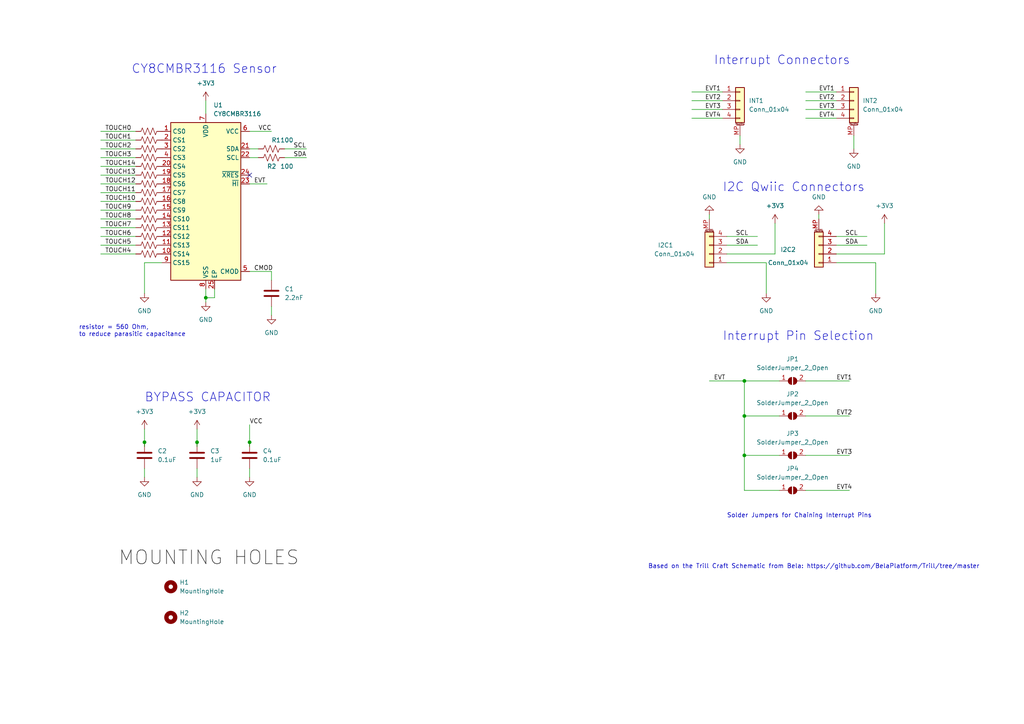
<source format=kicad_sch>
(kicad_sch (version 20230121) (generator eeschema)
  (paper "A4")
  (lib_symbols
    (symbol "+3V3_1" (power) (pin_names (offset 0))
      (property "Value" "+3V3_1" (at 0 3.556 0))
      (symbol "+3V3_1_0_1"
        (polyline (pts (xy -0.762 1.27) (xy 0 2.54)))
        (polyline (pts (xy 0 0) (xy 0 2.54)))
        (polyline (pts (xy 0 2.54) (xy 0.762 1.27)))
      )
      (symbol "+3V3_1_1_1"
        (pin power_in line (at 0 0 90) (length 0) hide (name "+3V3") (number "1"))
      )
    )
    (symbol "Connector_Generic_MountingPin:Conn_01x04_MountingPin" (pin_names (offset 1.016) hide)
      (property "Reference" "J" (at 0 5.08 0))
      (property "Value" "Conn_01x04_MountingPin" (at 1.27 -7.62 0))
      (symbol "Conn_01x04_MountingPin_1_1"
        (rectangle (start -1.27 -4.953) (end 0 -5.207) (stroke (width 0.1524)))
        (rectangle (start -1.27 -2.413) (end 0 -2.667) (stroke (width 0.1524)))
        (rectangle (start -1.27 0.127) (end 0 -0.127) (stroke (width 0.1524)))
        (rectangle (start -1.27 2.667) (end 0 2.413) (stroke (width 0.1524)))
        (rectangle (start -1.27 3.81) (end 1.27 -6.35) (stroke (width 0.254)) (fill (type background)))
        (polyline (pts (xy -1.016 -7.112) (xy 1.016 -7.112)) (stroke (width 0.1524)))
        (text "Mounting" (at 0 -6.731 0) (effects (font (size 0.381 0.381))))
        (pin passive line (at -5.08 2.54 0) (length 3.81) (name "Pin_1") (number "1"))
        (pin passive line (at -5.08 0 0) (length 3.81) (name "Pin_2") (number "2"))
        (pin passive line (at -5.08 -2.54 0) (length 3.81) (name "Pin_3") (number "3"))
        (pin passive line (at -5.08 -5.08 0) (length 3.81) (name "Pin_4") (number "4"))
        (pin passive line (at 0 -10.16 90) (length 3.048) (name "MountPin") (number "MP"))
      )
    )
    (symbol "Device:C" (pin_numbers hide) (pin_names (offset 0.254))
      (property "Reference" "C" (at 0.635 2.54 0))
      (property "Value" "C" (at 0.635 -2.54 0))
      (symbol "C_0_1"
        (polyline (pts (xy -2.032 -0.762) (xy 2.032 -0.762)) (stroke (width 0.508)))
        (polyline (pts (xy -2.032 0.762) (xy 2.032 0.762)) (stroke (width 0.508)))
      )
      (symbol "C_1_1"
        (pin passive line (at 0 3.81 270) (length 2.794) (name "~") (number "1"))
        (pin passive line (at 0 -3.81 90) (length 2.794) (name "~") (number "2"))
      )
    )
    (symbol "Device:R_US" (pin_numbers hide) (pin_names (offset 0))
      (property "Reference" "R" (at 2.54 0 90))
      (property "Value" "R_US" (at -2.54 0 90))
      (symbol "R_US_0_1"
        (polyline (pts (xy 0 -2.286) (xy 0 -2.54)))
        (polyline (pts (xy 0 2.286) (xy 0 2.54)))
        (polyline (pts (xy 0 -0.762) (xy 1.016 -1.143) (xy 0 -1.524) (xy -1.016 -1.905) (xy 0 -2.286)))
        (polyline (pts (xy 0 0.762) (xy 1.016 0.381) (xy 0 0) (xy -1.016 -0.381) (xy 0 -0.762)))
        (polyline (pts (xy 0 2.286) (xy 1.016 1.905) (xy 0 1.524) (xy -1.016 1.143) (xy 0 0.762)))
      )
      (symbol "R_US_1_1"
        (pin passive line (at 0 3.81 270) (length 1.27) (name "~") (number "1"))
        (pin passive line (at 0 -3.81 90) (length 1.27) (name "~") (number "2"))
      )
    )
    (symbol "GND_1" (power) (pin_names (offset 0))
      (property "Value" "GND_1" (at 0 -3.81 0))
      (symbol "GND_1_0_1"
        (polyline (pts (xy 0 0) (xy 0 -1.27) (xy 1.27 -1.27) (xy 0 -2.54) (xy -1.27 -1.27) (xy 0 -1.27)))
      )
      (symbol "GND_1_1_1"
        (pin power_in line (at 0 0 270) (length 0) hide (name "GND") (number "1"))
      )
    )
    (symbol "Jumper:SolderJumper_2_Open" (pin_names (offset 0) hide)
      (property "Reference" "JP" (at 0 2.032 0))
      (property "Value" "SolderJumper_2_Open" (at 0 -2.54 0))
      (symbol "SolderJumper_2_Open_0_1"
        (arc (start -0.254 1.016) (mid -1.2656 0) (end -0.254 -1.016))
        (arc (start -0.254 1.016) (mid -1.2656 0) (end -0.254 -1.016) (fill (type outline)))
        (polyline (pts (xy -0.254 1.016) (xy -0.254 -1.016)))
        (polyline (pts (xy 0.254 1.016) (xy 0.254 -1.016)))
        (arc (start 0.254 -1.016) (mid 1.2656 0) (end 0.254 1.016))
        (arc (start 0.254 -1.016) (mid 1.2656 0) (end 0.254 1.016) (fill (type outline)))
      )
      (symbol "SolderJumper_2_Open_1_1"
        (pin passive line (at -3.81 0 0) (length 2.54) (name "A") (number "1"))
        (pin passive line (at 3.81 0 180) (length 2.54) (name "B") (number "2"))
      )
    )
    (symbol "Mechanical:MountingHole" (pin_names (offset 1.016))
      (property "Reference" "H" (at 0 5.08 0))
      (property "Value" "MountingHole" (at 0 3.175 0))
      (symbol "MountingHole_0_1"
        (circle (center 0 0) (radius 1.27) (stroke (width 1.27)))
      )
    )
    (symbol "Sensor_Touch:CY8CMBR3116"
      (property "Reference" "U" (at -10.16 24.13 0))
      (property "Value" "CY8CMBR3116" (at 1.27 24.13 0))
      (symbol "CY8CMBR3116_0_1"
        (rectangle (start -10.16 22.86) (end 10.16 -22.86) (stroke (width 0.254)) (fill (type background)))
      )
      (symbol "CY8CMBR3116_1_1"
        (pin passive line (at -12.7 20.32 0) (length 2.54) (name "CS0") (number "1"))
        (pin passive line (at -12.7 -15.24 0) (length 2.54) (name "CS14") (number "10"))
        (pin passive line (at -12.7 -12.7 0) (length 2.54) (name "CS13") (number "11"))
        (pin passive line (at -12.7 -10.16 0) (length 2.54) (name "CS12") (number "12"))
        (pin passive line (at -12.7 -7.62 0) (length 2.54) (name "CS11") (number "13"))
        (pin passive line (at -12.7 -5.08 0) (length 2.54) (name "CS10") (number "14"))
        (pin passive line (at -12.7 -2.54 0) (length 2.54) (name "CS9") (number "15"))
        (pin passive line (at -12.7 0 0) (length 2.54) (name "CS8") (number "16"))
        (pin passive line (at -12.7 2.54 0) (length 2.54) (name "CS7") (number "17"))
        (pin passive line (at -12.7 5.08 0) (length 2.54) (name "CS6") (number "18"))
        (pin passive line (at -12.7 7.62 0) (length 2.54) (name "CS5") (number "19"))
        (pin passive line (at -12.7 17.78 0) (length 2.54) (name "CS1") (number "2"))
        (pin passive line (at -12.7 10.16 0) (length 2.54) (name "CS4") (number "20"))
        (pin bidirectional line (at 12.7 15.24 180) (length 2.54) (name "SDA") (number "21"))
        (pin input line (at 12.7 12.7 180) (length 2.54) (name "SCL") (number "22"))
        (pin bidirectional line (at 12.7 5.08 180) (length 2.54) (name "~{HI}") (number "23"))
        (pin input line (at 12.7 7.62 180) (length 2.54) (name "~{XRES}") (number "24"))
        (pin passive line (at 2.54 -25.4 90) (length 2.54) (name "EP") (number "25"))
        (pin passive line (at -12.7 15.24 0) (length 2.54) (name "CS2") (number "3"))
        (pin passive line (at -12.7 12.7 0) (length 2.54) (name "CS3") (number "4"))
        (pin passive line (at 12.7 -20.32 180) (length 2.54) (name "CMOD") (number "5"))
        (pin passive line (at 12.7 20.32 180) (length 2.54) (name "VCC") (number "6"))
        (pin power_in line (at 0 25.4 270) (length 2.54) (name "VDD") (number "7"))
        (pin power_in line (at 0 -25.4 90) (length 2.54) (name "VSS") (number "8"))
        (pin passive line (at -12.7 -17.78 0) (length 2.54) (name "CS15") (number "9"))
      )
    )
    (symbol "power:GND" (power) (pin_names (offset 0))
      (property "Value" "GND" (at 0 -3.81 0))
      (symbol "GND_0_1"
        (polyline (pts (xy 0 0) (xy 0 -1.27) (xy 1.27 -1.27) (xy 0 -2.54) (xy -1.27 -1.27) (xy 0 -1.27)))
      )
      (symbol "GND_1_1"
        (pin power_in line (at 0 0 270) (length 0) hide (name "GND") (number "1"))
      )
    )
  )
  (junction (at 215.9 110.49))
  (junction (at 215.9 120.65))
  (junction (at 57.15 128.27))
  (junction (at 59.69 86.36))
  (junction (at 41.91 128.27))
  (junction (at 72.39 128.27))
  (junction (at 215.9 132.08))
  (no_connect (at 72.39 50.8))
  (wire (pts (xy 200.66 31.75) (xy 209.55 31.75)))
  (wire (pts (xy 233.68 110.49) (xy 246.38 110.49)))
  (wire (pts (xy 72.39 53.34) (xy 77.47 53.34)))
  (wire (pts (xy 41.91 135.89) (xy 41.91 138.43)))
  (wire (pts (xy 29.21 38.1) (xy 39.37 38.1)))
  (wire (pts (xy 29.21 45.72) (xy 39.37 45.72)))
  (wire (pts (xy 29.21 53.34) (xy 39.37 53.34)))
  (wire (pts (xy 82.55 45.72) (xy 88.9 45.72)))
  (wire (pts (xy 200.66 29.21) (xy 209.55 29.21)))
  (wire (pts (xy 72.39 38.1) (xy 78.74 38.1)))
  (wire (pts (xy 210.82 68.58) (xy 219.71 68.58)))
  (wire (pts (xy 254 76.2) (xy 254 85.09)))
  (wire (pts (xy 242.57 68.58) (xy 251.46 68.58)))
  (wire (pts (xy 233.68 120.65) (xy 246.38 120.65)))
  (wire (pts (xy 242.57 71.12) (xy 251.46 71.12)))
  (wire (pts (xy 256.54 64.77) (xy 256.54 73.66)))
  (wire (pts (xy 226.06 132.08) (xy 215.9 132.08)))
  (wire (pts (xy 200.66 26.67) (xy 209.55 26.67)))
  (wire (pts (xy 29.21 40.64) (xy 39.37 40.64)))
  (wire (pts (xy 29.21 58.42) (xy 39.37 58.42)))
  (wire (pts (xy 74.93 43.18) (xy 72.39 43.18)))
  (wire (pts (xy 29.21 63.5) (xy 39.37 63.5)))
  (wire (pts (xy 215.9 132.08) (xy 215.9 142.24)))
  (wire (pts (xy 29.21 66.04) (xy 39.37 66.04)))
  (wire (pts (xy 72.39 123.19) (xy 72.39 128.27)))
  (wire (pts (xy 78.74 78.74) (xy 78.74 81.28)))
  (wire (pts (xy 29.21 68.58) (xy 39.37 68.58)))
  (wire (pts (xy 59.69 86.36) (xy 59.69 83.82)))
  (wire (pts (xy 233.68 132.08) (xy 246.38 132.08)))
  (wire (pts (xy 29.21 55.88) (xy 39.37 55.88)))
  (wire (pts (xy 210.82 71.12) (xy 219.71 71.12)))
  (wire (pts (xy 233.68 142.24) (xy 246.38 142.24)))
  (wire (pts (xy 233.68 29.21) (xy 242.57 29.21)))
  (wire (pts (xy 215.9 110.49) (xy 226.06 110.49)))
  (wire (pts (xy 226.06 142.24) (xy 215.9 142.24)))
  (wire (pts (xy 29.21 43.18) (xy 39.37 43.18)))
  (wire (pts (xy 74.93 45.72) (xy 72.39 45.72)))
  (wire (pts (xy 59.69 29.21) (xy 59.69 33.02)))
  (wire (pts (xy 233.68 34.29) (xy 242.57 34.29)))
  (wire (pts (xy 29.21 48.26) (xy 39.37 48.26)))
  (wire (pts (xy 29.21 50.8) (xy 39.37 50.8)))
  (wire (pts (xy 210.82 73.66) (xy 224.79 73.66)))
  (wire (pts (xy 41.91 76.2) (xy 46.99 76.2)))
  (wire (pts (xy 57.15 135.89) (xy 57.15 138.43)))
  (wire (pts (xy 57.15 128.27) (xy 57.15 129.54)))
  (wire (pts (xy 62.23 83.82) (xy 62.23 86.36)))
  (wire (pts (xy 215.9 110.49) (xy 215.9 120.65)))
  (wire (pts (xy 233.68 26.67) (xy 242.57 26.67)))
  (wire (pts (xy 29.21 71.12) (xy 39.37 71.12)))
  (wire (pts (xy 62.23 86.36) (xy 59.69 86.36)))
  (wire (pts (xy 29.21 60.96) (xy 39.37 60.96)))
  (wire (pts (xy 205.74 62.23) (xy 205.74 63.5)))
  (wire (pts (xy 242.57 73.66) (xy 256.54 73.66)))
  (wire (pts (xy 41.91 124.46) (xy 41.91 128.27)))
  (wire (pts (xy 215.9 120.65) (xy 215.9 132.08)))
  (wire (pts (xy 72.39 135.89) (xy 72.39 138.43)))
  (wire (pts (xy 214.63 41.91) (xy 214.63 39.37)))
  (wire (pts (xy 57.15 124.46) (xy 57.15 128.27)))
  (wire (pts (xy 59.69 87.63) (xy 59.69 86.36)))
  (wire (pts (xy 210.82 76.2) (xy 222.25 76.2)))
  (wire (pts (xy 205.74 110.49) (xy 215.9 110.49)))
  (wire (pts (xy 82.55 43.18) (xy 88.9 43.18)))
  (wire (pts (xy 222.25 76.2) (xy 222.25 85.09)))
  (wire (pts (xy 41.91 128.27) (xy 41.91 129.54)))
  (wire (pts (xy 72.39 128.27) (xy 72.39 129.54)))
  (wire (pts (xy 29.21 73.66) (xy 39.37 73.66)))
  (wire (pts (xy 242.57 76.2) (xy 254 76.2)))
  (wire (pts (xy 200.66 34.29) (xy 209.55 34.29)))
  (wire (pts (xy 78.74 88.9) (xy 78.74 91.44)))
  (wire (pts (xy 237.49 62.23) (xy 237.49 63.5)))
  (wire (pts (xy 233.68 31.75) (xy 242.57 31.75)))
  (wire (pts (xy 247.65 43.18) (xy 247.65 39.37)))
  (wire (pts (xy 41.91 85.09) (xy 41.91 76.2)))
  (wire (pts (xy 226.06 120.65) (xy 215.9 120.65)))
  (wire (pts (xy 224.79 64.77) (xy 224.79 73.66)))
  (wire (pts (xy 72.39 78.74) (xy 78.74 78.74)))
  (text "Solder Jumpers for Chaining Interrupt Pins\n\n" (at 210.82 152.4 0) (effects (font (size 1.27 1.27)) (justify left bottom)))
  (text "resistor = 560 Ohm, \nto reduce parasitic capacitance" (at 22.86 97.79 0) (effects (font (size 1.27 1.27)) (justify left bottom)))
  (text "Interrupt Connectors" (at 207.01 19.05 0) (effects (font (size 2.54 2.54)) (justify left bottom)))
  (text "CY8CMBR3116 Sensor" (at 38.1 21.59 0) (effects (font (size 2.54 2.54)) (justify left bottom)))
  (text "Based on the Trill Craft Schematic from Bela: https://github.com/BelaPlatform/Trill/tree/master" (at 187.96 165.1 0) (effects (font (size 1.27 1.27)) (justify left bottom)))
  (text "Interrupt Pin Selection" (at 209.55 99.06 0) (effects (font (size 2.54 2.54)) (justify left bottom)))
  (text "I2C Qwiic Connectors" (at 209.55 55.88 0) (effects (font (size 2.54 2.54)) (justify left bottom)))
  (text "BYPASS CAPACITOR" (at 41.91 116.84 0) (effects (font (size 2.54 2.54)) (justify left bottom)))
  (label "TOUCH2" (at 30.48 43.18 0))
  (label "EVT1" (at 237.49 26.67 0))
  (label "CMOD" (at 73.66 78.74 0))
  (label "SDA" (at 245.11 71.12 0))
  (label "EVT" (at 73.66 53.34 0))
  (label "TOUCH7" (at 38.1 66.04 180))
  (label "EVT1" (at 242.57 110.49 0))
  (label "SCL" (at 213.36 68.58 0))
  (label "SDA" (at 85.09 45.72 0))
  (label "EVT2" (at 204.47 29.21 0))
  (label "TOUCH12" (at 39.37 53.34 180))
  (label "TOUCH14" (at 39.37 48.26 180))
  (label "SCL" (at 245.11 68.58 0))
  (label "TOUCH13" (at 39.37 50.8 180))
  (label "TOUCH5" (at 38.1 71.12 180))
  (label "EVT" (at 207.01 110.49 0))
  (label "EVT1" (at 204.47 26.67 0))
  (label "EVT4" (at 204.47 34.29 0))
  (label "EVT4" (at 242.57 142.24 0))
  (label "TOUCH8" (at 38.1 63.5 180))
  (label "MOUNTING HOLES" (at 34.29 165.1 0) (effects (font (size 4 4))))
  (label "TOUCH9" (at 38.1 60.96 180))
  (label "TOUCH3" (at 30.48 45.72 0))
  (label "TOUCH1" (at 30.48 40.64 0))
  (label "EVT3" (at 204.47 31.75 0))
  (label "TOUCH11" (at 39.37 55.88 180))
  (label "TOUCH10" (at 39.37 58.42 180))
  (label "TOUCH4" (at 38.1 73.66 180))
  (label "EVT3" (at 237.49 31.75 0))
  (label "SDA" (at 213.36 71.12 0))
  (label "EVT2" (at 237.49 29.21 0))
  (label "TOUCH6" (at 38.1 68.58 180))
  (label "EVT4" (at 237.49 34.29 0))
  (label "TOUCH0" (at 30.48 38.1 0))
  (label "SCL" (at 85.09 43.18 0))
  (label "EVT2" (at 242.57 120.65 0))
  (label "VCC" (at 72.39 123.19 0))
  (label "EVT3" (at 242.57 132.08 0))
  (label "VCC" (at 74.93 38.1 0))
  (symbol (lib_id "Sensor_Touch:CY8CMBR3116") (at 59.69 58.42 0) (unit 1)
    (property "Reference" "U1" (at 61.8841 30.48 0) (effects (justify left)))
    (property "Value" "CY8CMBR3116" (at 61.8841 33.02 0) (effects (justify left)))
    (property "Footprint" "Package_DFN_QFN:QFN-24-1EP_4x4mm_P0.5mm_EP2.6x2.6mm" (effects hide))
    (property "Datasheet" "http://www.cypress.com/?docID=49119" (effects hide))
  )
  (symbol (lib_id "Jumper:SolderJumper_2_Open") (at 229.87 142.24 0) (unit 1) (in_bom no)
    (property "Reference" "JP4" (at 229.87 135.89 0))
    (property "Value" "SolderJumper_2_Open" (at 229.87 138.43 0))
    (property "Footprint" "Jumper:SolderJumper-2_P1.3mm_Open_RoundedPad1.0x1.5mm" (effects hide))
  )
  (symbol (lib_id "Device:R_US") (at 43.18 45.72 270) (unit 1)
    (property "Reference" "R6" (effects hide))
    (property "Value" "560" (effects hide))
    (property "Footprint" "Resistor_SMD:R_0201_0603Metric" (effects hide))
    (property "Description Value Pkg" "560 Ohms ±1% 0.05W, 1/20W Chip Resistor 0201 (0603 Metric) Thick Film" (effects hide))
    (property "Mfg Part #" "ERJ-1GNF5600C" (effects hide))
    (property "Digikey Part #" "P123075CT-ND" (effects hide))
  )
  (symbol (lib_id "Connector_Generic_MountingPin:Conn_01x04_MountingPin") (at 237.49 73.66 180) (unit 1)
    (property "Reference" "I2C2" (at 228.6 72.39 0))
    (property "Value" "Conn_01x04" (at 228.6 76.2 0))
    (property "Footprint" "JST-footprints:JST_SH_SM04B-SRSS-TB_1x04-1MP_P1.00mm_Horizontal" (effects hide))
    (property "Description Value Pkg" "Connector Header Surface Mount, Right Angle 4 position 0.039\" (1.00mm)" (effects hide))
    (property "Mfg Part #" "SM04B-SRSS-TB" (effects hide))
    (property "Digikey Part #" "455-SM04B-SRSS-TBCT-ND" (effects hide))
  )
  (symbol (lib_id "Device:R_US") (at 43.18 68.58 270) (unit 1)
    (property "Reference" "R15" (effects hide))
    (property "Value" "560" (effects hide))
    (property "Footprint" "Resistor_SMD:R_0201_0603Metric" (effects hide))
    (property "Description Value Pkg" "560 Ohms ±1% 0.05W, 1/20W Chip Resistor 0201 (0603 Metric) Thick Film" (effects hide))
    (property "Mfg Part #" "ERJ-1GNF5600C" (effects hide))
    (property "Digikey Part #" "P123075CT-ND" (effects hide))
  )
  (symbol (lib_id "Device:R_US") (at 43.18 43.18 270) (unit 1)
    (property "Reference" "R5" (effects hide))
    (property "Value" "560" (effects hide))
    (property "Footprint" "Resistor_SMD:R_0201_0603Metric" (effects hide))
    (property "Description Value Pkg" "560 Ohms ±1% 0.05W, 1/20W Chip Resistor 0201 (0603 Metric) Thick Film" (effects hide))
    (property "Mfg Part #" "ERJ-1GNF5600C" (effects hide))
    (property "Digikey Part #" "P123075CT-ND" (effects hide))
  )
  (symbol (lib_id "Device:C") (at 41.91 132.08 0) (unit 1)
    (property "Reference" "C2" (at 45.72 130.81 0) (effects (justify left)))
    (property "Value" "0.1uF" (at 45.72 133.35 0) (effects (justify left)))
    (property "Footprint" "Capacitor_SMD:C_0201_0603Metric" (effects hide))
    (property "Description Value Pkg" "0.1 µF ±10% 6.3V Ceramic Capacitor X5R 0201 (0603 Metric)" (effects hide))
    (property "Mfg Part #" "CL03A104KQ3NNNC" (effects hide))
    (property "Digikey Part #" "1276-1013-1-ND" (effects hide))
  )
  (symbol (lib_name "+3V3_1") (lib_id "power:+3V3") (at 41.91 124.46 0) (unit 1)
    (property "Reference" "#PWR07" (effects hide))
    (property "Value" "+3V3" (at 41.91 119.38 0))
  )
  (symbol (lib_id "Jumper:SolderJumper_2_Open") (at 229.87 110.49 0) (unit 1) (in_bom no)
    (property "Reference" "JP1" (at 229.87 104.14 0))
    (property "Value" "SolderJumper_2_Open" (at 229.87 106.68 0))
    (property "Footprint" "Jumper:SolderJumper-2_P1.3mm_Open_RoundedPad1.0x1.5mm" (effects hide))
  )
  (symbol (lib_id "Device:R_US") (at 43.18 55.88 270) (unit 1)
    (property "Reference" "R10" (effects hide))
    (property "Value" "560" (effects hide))
    (property "Footprint" "Resistor_SMD:R_0201_0603Metric" (effects hide))
    (property "Description Value Pkg" "560 Ohms ±1% 0.05W, 1/20W Chip Resistor 0201 (0603 Metric) Thick Film" (effects hide))
    (property "Mfg Part #" "ERJ-1GNF5600C" (effects hide))
    (property "Digikey Part #" "P123075CT-ND" (effects hide))
  )
  (symbol (lib_name "GND_1") (lib_id "power:GND") (at 237.49 62.23 180) (unit 1)
    (property "Reference" "#PWR017" (effects hide))
    (property "Value" "GND" (at 237.49 57.15 0))
  )
  (symbol (lib_name "GND_1") (lib_id "power:GND") (at 254 85.09 0) (unit 1)
    (property "Reference" "#PWR01" (effects hide))
    (property "Value" "GND" (at 254 90.17 0))
  )
  (symbol (lib_id "Device:R_US") (at 78.74 45.72 270) (unit 1)
    (property "Reference" "R2" (at 77.47 48.26 90) (effects (justify left)))
    (property "Value" "100" (at 81.28 48.26 90) (effects (justify left)))
    (property "Footprint" "Resistor_SMD:R_0201_0603Metric" (effects hide))
    (property "Description Value Pkg" "100 Ohms ±1% 0.05W, 1/20W Chip Resistor 0201 (0603 Metric) Thick Film" (effects hide))
    (property "Mfg Part #" "ERJ-1GNF1000C" (effects hide))
    (property "Digikey Part #" "P122654CT-ND" (effects hide))
  )
  (symbol (lib_id "Mechanical:MountingHole") (at 49.53 170.18 0) (unit 1) (in_bom no)
    (property "Reference" "H1" (at 52.07 168.91 0) (effects (justify left)))
    (property "Value" "MountingHole" (at 52.07 171.45 0) (effects (justify left)))
    (property "Footprint" "MountingHole:MountingHole_3.2mm_M3_DIN965" (effects hide))
  )
  (symbol (lib_id "power:GND") (at 41.91 85.09 0) (unit 1)
    (property "Reference" "#PWR06" (effects hide))
    (property "Value" "GND" (at 41.91 90.17 0))
  )
  (symbol (lib_name "GND_1") (lib_id "power:GND") (at 41.91 138.43 0) (unit 1)
    (property "Reference" "#PWR014" (effects hide))
    (property "Value" "GND" (at 41.91 143.51 0))
  )
  (symbol (lib_name "+3V3_1") (lib_id "power:+3V3") (at 59.69 29.21 0) (unit 1)
    (property "Reference" "#PWR03" (effects hide))
    (property "Value" "+3V3" (at 59.69 24.13 0))
  )
  (symbol (lib_id "Jumper:SolderJumper_2_Open") (at 229.87 132.08 0) (unit 1) (in_bom no)
    (property "Reference" "JP3" (at 229.87 125.73 0))
    (property "Value" "SolderJumper_2_Open" (at 229.87 128.27 0))
    (property "Footprint" "Jumper:SolderJumper-2_P1.3mm_Open_RoundedPad1.0x1.5mm" (effects hide))
  )
  (symbol (lib_id "Device:C") (at 57.15 132.08 0) (unit 1)
    (property "Reference" "C3" (at 60.96 130.81 0) (effects (justify left)))
    (property "Value" "1uF" (at 60.96 133.35 0) (effects (justify left)))
    (property "Footprint" "Capacitor_SMD:C_0201_0603Metric" (effects hide))
    (property "Description Value Pkg" "1 µF ±10% 6.3V Ceramic Capacitor X5R 0201 (0603 Metric)" (effects hide))
    (property "Mfg Part #" "CL03A105KQ3CSNC" (effects hide))
    (property "Digikey Part #" "1276-1323-1-ND" (effects hide))
  )
  (symbol (lib_name "+3V3_1") (lib_id "power:+3V3") (at 57.15 124.46 0) (unit 1)
    (property "Reference" "#PWR04" (effects hide))
    (property "Value" "+3V3" (at 57.15 119.38 0))
  )
  (symbol (lib_id "Device:R_US") (at 43.18 66.04 270) (unit 1)
    (property "Reference" "R14" (effects hide))
    (property "Value" "560" (effects hide))
    (property "Footprint" "Resistor_SMD:R_0201_0603Metric" (effects hide))
    (property "Description Value Pkg" "560 Ohms ±1% 0.05W, 1/20W Chip Resistor 0201 (0603 Metric) Thick Film" (effects hide))
    (property "Mfg Part #" "ERJ-1GNF5600C" (effects hide))
    (property "Digikey Part #" "P123075CT-ND" (effects hide))
  )
  (symbol (lib_name "+3V3_1") (lib_id "power:+3V3") (at 224.79 64.77 0) (unit 1)
    (property "Reference" "#PWR016" (effects hide))
    (property "Value" "+3V3" (at 224.79 59.69 0))
  )
  (symbol (lib_id "Device:R_US") (at 43.18 73.66 270) (unit 1)
    (property "Reference" "R17" (effects hide))
    (property "Value" "560" (effects hide))
    (property "Footprint" "Resistor_SMD:R_0201_0603Metric" (effects hide))
    (property "Description Value Pkg" "560 Ohms ±1% 0.05W, 1/20W Chip Resistor 0201 (0603 Metric) Thick Film" (effects hide))
    (property "Mfg Part #" "ERJ-1GNF5600C" (effects hide))
    (property "Digikey Part #" "P123075CT-ND" (effects hide))
  )
  (symbol (lib_name "GND_1") (lib_id "power:GND") (at 222.25 85.09 0) (unit 1)
    (property "Reference" "#PWR015" (effects hide))
    (property "Value" "GND" (at 222.25 90.17 0))
  )
  (symbol (lib_id "Connector_Generic_MountingPin:Conn_01x04_MountingPin") (at 205.74 73.66 180) (unit 1)
    (property "Reference" "I2C1" (at 193.04 71.12 0))
    (property "Value" "Conn_01x04" (at 195.58 73.66 0))
    (property "Footprint" "JST-footprints:JST_SH_SM04B-SRSS-TB_1x04-1MP_P1.00mm_Horizontal" (effects hide))
    (property "Description Value Pkg" "Connector Header Surface Mount, Right Angle 4 position 0.039\" (1.00mm)" (effects hide))
    (property "Mfg Part #" "SM04B-SRSS-TB" (effects hide))
    (property "Digikey Part #" "455-SM04B-SRSS-TBCT-ND" (effects hide))
  )
  (symbol (lib_id "power:GND") (at 59.69 87.63 0) (unit 1)
    (property "Reference" "#PWR08" (effects hide))
    (property "Value" "GND" (at 59.69 92.71 0))
  )
  (symbol (lib_id "Device:C") (at 78.74 85.09 0) (unit 1)
    (property "Reference" "C1" (at 82.55 83.82 0) (effects (justify left)))
    (property "Value" "2.2nF" (at 82.55 86.36 0) (effects (justify left)))
    (property "Footprint" "Capacitor_SMD:C_0201_0603Metric" (effects hide))
    (property "Description Value Pkg" "2200 pF ±10% 10V Ceramic Capacitor X7R 0201 (0603 Metric)" (effects hide))
    (property "Mfg Part #" "CL03B222KP3NNNC" (effects hide))
    (property "Digikey Part #" "1276-1990-1-ND" (effects hide))
  )
  (symbol (lib_name "GND_1") (lib_id "power:GND") (at 247.65 43.18 0) (unit 1)
    (property "Reference" "#PWR010" (effects hide))
    (property "Value" "GND" (at 247.65 48.26 0))
  )
  (symbol (lib_id "Jumper:SolderJumper_2_Open") (at 229.87 120.65 0) (unit 1) (in_bom no)
    (property "Reference" "JP2" (at 229.87 114.3 0))
    (property "Value" "SolderJumper_2_Open" (at 229.87 116.84 0))
    (property "Footprint" "Jumper:SolderJumper-2_P1.3mm_Open_RoundedPad1.0x1.5mm" (effects hide))
  )
  (symbol (lib_id "Device:R_US") (at 78.74 43.18 270) (unit 1)
    (property "Reference" "R1" (at 78.74 40.64 90) (effects (justify left)))
    (property "Value" "100" (at 81.28 40.64 90) (effects (justify left)))
    (property "Footprint" "Resistor_SMD:R_0201_0603Metric" (effects hide))
    (property "Description Value Pkg" "100 Ohms ±1% 0.05W, 1/20W Chip Resistor 0201 (0603 Metric) Thick Film" (effects hide))
    (property "Mfg Part #" "ERJ-1GNF1000C" (effects hide))
    (property "Digikey Part #" "P122654CT-ND" (effects hide))
  )
  (symbol (lib_name "GND_1") (lib_id "power:GND") (at 72.39 138.43 0) (unit 1)
    (property "Reference" "#PWR011" (effects hide))
    (property "Value" "GND" (at 72.39 143.51 0))
  )
  (symbol (lib_id "Device:R_US") (at 43.18 58.42 270) (unit 1)
    (property "Reference" "R11" (effects hide))
    (property "Value" "560" (effects hide))
    (property "Footprint" "Resistor_SMD:R_0201_0603Metric" (effects hide))
    (property "Description Value Pkg" "560 Ohms ±1% 0.05W, 1/20W Chip Resistor 0201 (0603 Metric) Thick Film" (effects hide))
    (property "Mfg Part #" "ERJ-1GNF5600C" (effects hide))
    (property "Digikey Part #" "P123075CT-ND" (effects hide))
  )
  (symbol (lib_id "Device:R_US") (at 43.18 53.34 270) (unit 1)
    (property "Reference" "R9" (effects hide))
    (property "Value" "560" (effects hide))
    (property "Footprint" "Resistor_SMD:R_0201_0603Metric" (effects hide))
    (property "Description Value Pkg" "560 Ohms ±1% 0.05W, 1/20W Chip Resistor 0201 (0603 Metric) Thick Film" (effects hide))
    (property "Mfg Part #" "ERJ-1GNF5600C" (effects hide))
    (property "Digikey Part #" "P123075CT-ND" (effects hide))
  )
  (symbol (lib_name "GND_1") (lib_id "power:GND") (at 57.15 138.43 0) (unit 1)
    (property "Reference" "#PWR05" (effects hide))
    (property "Value" "GND" (at 57.15 143.51 0))
  )
  (symbol (lib_name "+3V3_1") (lib_id "power:+3V3") (at 256.54 64.77 0) (unit 1)
    (property "Reference" "#PWR02" (effects hide))
    (property "Value" "+3V3" (at 256.54 59.69 0))
  )
  (symbol (lib_id "Device:R_US") (at 43.18 40.64 270) (unit 1)
    (property "Reference" "R4" (effects hide))
    (property "Value" "560" (effects hide))
    (property "Footprint" "Resistor_SMD:R_0201_0603Metric" (effects hide))
    (property "Description Value Pkg" "560 Ohms ±1% 0.05W, 1/20W Chip Resistor 0201 (0603 Metric) Thick Film" (effects hide))
    (property "Mfg Part #" "ERJ-1GNF5600C" (effects hide))
    (property "Digikey Part #" "P123075CT-ND" (effects hide))
  )
  (symbol (lib_name "GND_1") (lib_id "power:GND") (at 78.74 91.44 0) (unit 1)
    (property "Reference" "#PWR012" (effects hide))
    (property "Value" "GND" (at 78.74 96.52 0))
  )
  (symbol (lib_name "GND_1") (lib_id "power:GND") (at 214.63 41.91 0) (unit 1)
    (property "Reference" "#PWR09" (effects hide))
    (property "Value" "GND" (at 214.63 46.99 0))
  )
  (symbol (lib_id "Device:R_US") (at 43.18 38.1 270) (unit 1)
    (property "Reference" "R3" (effects hide))
    (property "Value" "560" (effects hide))
    (property "Footprint" "Resistor_SMD:R_0201_0603Metric" (effects hide))
    (property "Description Value Pkg" "560 Ohms ±1% 0.05W, 1/20W Chip Resistor 0201 (0603 Metric) Thick Film" (effects hide))
    (property "Mfg Part #" "ERJ-1GNF5600C" (effects hide))
    (property "Digikey Part #" "P123075CT-ND" (effects hide))
  )
  (symbol (lib_id "Device:R_US") (at 43.18 48.26 270) (unit 1)
    (property "Reference" "R7" (effects hide))
    (property "Value" "560" (effects hide))
    (property "Footprint" "Resistor_SMD:R_0201_0603Metric" (effects hide))
    (property "Description Value Pkg" "560 Ohms ±1% 0.05W, 1/20W Chip Resistor 0201 (0603 Metric) Thick Film" (effects hide))
    (property "Mfg Part #" "ERJ-1GNF5600C" (effects hide))
    (property "Digikey Part #" "P123075CT-ND" (effects hide))
  )
  (symbol (lib_id "Connector_Generic_MountingPin:Conn_01x04_MountingPin") (at 247.65 29.21 0) (unit 1)
    (property "Reference" "INT2" (at 250.19 29.21 0) (effects (justify left)))
    (property "Value" "Conn_01x04" (at 250.19 31.75 0) (effects (justify left)))
    (property "Footprint" "JST-footprints:JST_SH_SM04B-SRSS-TB_1x04-1MP_P1.00mm_Horizontal" (effects hide))
    (property "Description Value Pkg" "Connector Header Surface Mount, Right Angle 4 position 0.039\" (1.00mm)" (effects hide))
    (property "Mfg Part #" "SM04B-SRSS-TB" (effects hide))
    (property "Digikey Part #" "455-SM04B-SRSS-TBCT-ND" (effects hide))
  )
  (symbol (lib_id "Device:R_US") (at 43.18 63.5 270) (unit 1)
    (property "Reference" "R13" (effects hide))
    (property "Value" "560" (effects hide))
    (property "Footprint" "Resistor_SMD:R_0201_0603Metric" (effects hide))
    (property "Description Value Pkg" "560 Ohms ±1% 0.05W, 1/20W Chip Resistor 0201 (0603 Metric) Thick Film" (effects hide))
    (property "Mfg Part #" "ERJ-1GNF5600C" (effects hide))
    (property "Digikey Part #" "P123075CT-ND" (effects hide))
  )
  (symbol (lib_id "Device:C") (at 72.39 132.08 0) (unit 1)
    (property "Reference" "C4" (at 76.2 130.81 0) (effects (justify left)))
    (property "Value" "0.1uF" (at 76.2 133.35 0) (effects (justify left)))
    (property "Footprint" "Capacitor_SMD:C_0201_0603Metric" (effects hide))
    (property "Description Value Pkg" "0.1 µF ±10% 6.3V Ceramic Capacitor X5R 0201 (0603 Metric)" (effects hide))
    (property "Mfg Part #" "CL03A104KQ3NNNC" (effects hide))
    (property "Digikey Part #" "1276-1013-1-ND" (effects hide))
  )
  (symbol (lib_id "Device:R_US") (at 43.18 60.96 270) (unit 1)
    (property "Reference" "R12" (effects hide))
    (property "Value" "560" (effects hide))
    (property "Footprint" "Resistor_SMD:R_0201_0603Metric" (effects hide))
    (property "Description Value Pkg" "560 Ohms ±1% 0.05W, 1/20W Chip Resistor 0201 (0603 Metric) Thick Film" (effects hide))
    (property "Mfg Part #" "ERJ-1GNF5600C" (effects hide))
    (property "Digikey Part #" "P123075CT-ND" (effects hide))
  )
  (symbol (lib_name "GND_1") (lib_id "power:GND") (at 205.74 62.23 180) (unit 1)
    (property "Reference" "#PWR018" (effects hide))
    (property "Value" "GND" (at 205.74 57.15 0))
  )
  (symbol (lib_id "Device:R_US") (at 43.18 50.8 270) (unit 1)
    (property "Reference" "R8" (effects hide))
    (property "Value" "560" (effects hide))
    (property "Footprint" "Resistor_SMD:R_0201_0603Metric" (effects hide))
    (property "Description Value Pkg" "560 Ohms ±1% 0.05W, 1/20W Chip Resistor 0201 (0603 Metric) Thick Film" (effects hide))
    (property "Mfg Part #" "ERJ-1GNF5600C" (effects hide))
    (property "Digikey Part #" "P123075CT-ND" (effects hide))
  )
  (symbol (lib_id "Device:R_US") (at 43.18 71.12 270) (unit 1)
    (property "Reference" "R16" (effects hide))
    (property "Value" "560" (effects hide))
    (property "Footprint" "Resistor_SMD:R_0201_0603Metric" (effects hide))
    (property "Description Value Pkg" "560 Ohms ±1% 0.05W, 1/20W Chip Resistor 0201 (0603 Metric) Thick Film" (effects hide))
    (property "Mfg Part #" "ERJ-1GNF5600C" (effects hide))
    (property "Digikey Part #" "P123075CT-ND" (effects hide))
  )
  (symbol (lib_id "Mechanical:MountingHole") (at 49.53 179.07 0) (unit 1) (in_bom no)
    (property "Reference" "H2" (at 52.07 177.8 0) (effects (justify left)))
    (property "Value" "MountingHole" (at 52.07 180.34 0) (effects (justify left)))
    (property "Footprint" "MountingHole:MountingHole_3.2mm_M3_DIN965" (effects hide))
  )
  (symbol (lib_id "Connector_Generic_MountingPin:Conn_01x04_MountingPin") (at 214.63 29.21 0) (unit 1)
    (property "Reference" "INT1" (at 217.17 29.21 0) (effects (justify left)))
    (property "Value" "Conn_01x04" (at 217.17 31.75 0) (effects (justify left)))
    (property "Footprint" "JST-footprints:JST_SH_SM04B-SRSS-TB_1x04-1MP_P1.00mm_Horizontal" (effects hide))
    (property "Description Value Pkg" "Connector Header Surface Mount, Right Angle 4 position 0.039\" (1.00mm)" (effects hide))
    (property "Mfg Part #" "SM04B-SRSS-TB" (effects hide))
    (property "Digikey Part #" "455-SM04B-SRSS-TBCT-ND" (effects hide))
  )
)
</source>
